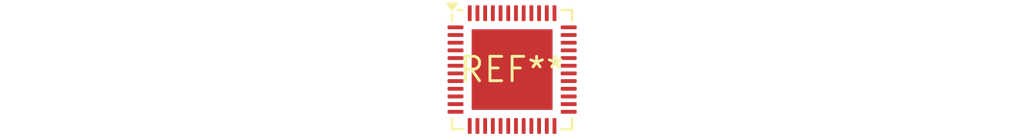
<source format=kicad_pcb>
(kicad_pcb (version 20240108) (generator pcbnew)
  (layers (0 "F.Cu" signal) (31 "B.Cu" signal) (34 "B.Paste" user) (35 "F.Paste" user) (36 "B.SilkS" user "B.Silkscreen") (37 "F.SilkS" user "F.Silkscreen") (38 "B.Mask" user) (39 "F.Mask" user) (44 "Edge.Cuts" user))
  (net 0 "")
  (footprint "Qorvo_TQFN66-48-1EP_6x6mm_P0.4mm_EP4.2x4.2mm" (layer "F.Cu") (at 0 0)
    (property "Reference" "REF**")
    (property "Value" "Qorvo_TQFN66-48-1EP_6x6mm_P0.4mm_EP4.2x4.2mm")
    (fp_line (start -3.11 -2.56) (end -3.11 -2.87) (layer "F.SilkS") (stroke (width 0.12)))
    (fp_line (start -3.11 3.11) (end -3.11 2.56) (layer "F.SilkS") (stroke (width 0.12)))
    (fp_line (start -2.56 -3.11) (end -2.81 -3.11) (layer "F.SilkS") (stroke (width 0.12)))
    (fp_line (start -2.56 3.11) (end -3.11 3.11) (layer "F.SilkS") (stroke (width 0.12)))
    (fp_line (start 2.56 -3.11) (end 3.11 -3.11) (layer "F.SilkS") (stroke (width 0.12)))
    (fp_line (start 2.56 3.11) (end 3.11 3.11) (layer "F.SilkS") (stroke (width 0.12)))
    (fp_line (start 3.11 -3.11) (end 3.11 -2.56) (layer "F.SilkS") (stroke (width 0.12)))
    (fp_line (start 3.11 3.11) (end 3.11 2.56) (layer "F.SilkS") (stroke (width 0.12)))
    (fp_poly (pts (xy -3.11 -3.11) (xy -3.35 -3.44) (xy -2.87 -3.44) (xy -3.11 -3.11)) (layer "F.SilkS") (stroke (width 0.12)) (fill solid))
    (pad "1" smd roundrect (at -2.9375 -2.2) (size 0.825 0.2) (layers "F.Cu" "F.Paste" "F.Mask"))
    (pad "2" smd roundrect (at -2.9375 -1.8) (size 0.825 0.2) (layers "F.Cu" "F.Paste" "F.Mask"))
    (pad "3" smd roundrect (at -2.9375 -1.4) (size 0.825 0.2) (layers "F.Cu" "F.Paste" "F.Mask"))
    (pad "4" smd roundrect (at -2.9375 -1) (size 0.825 0.2) (layers "F.Cu" "F.Paste" "F.Mask"))
    (pad "5" smd roundrect (at -2.9375 -0.6) (size 0.825 0.2) (layers "F.Cu" "F.Paste" "F.Mask"))
    (pad "6" smd roundrect (at -2.9375 -0.2) (size 0.825 0.2) (layers "F.Cu" "F.Paste" "F.Mask"))
    (pad "7" smd roundrect (at -2.9375 0.2) (size 0.825 0.2) (layers "F.Cu" "F.Paste" "F.Mask"))
    (pad "8" smd roundrect (at -2.9375 0.6) (size 0.825 0.2) (layers "F.Cu" "F.Paste" "F.Mask"))
    (pad "9" smd roundrect (at -2.9375 1) (size 0.825 0.2) (layers "F.Cu" "F.Paste" "F.Mask"))
    (pad "10" smd roundrect (at -2.9375 1.4) (size 0.825 0.2) (layers "F.Cu" "F.Paste" "F.Mask"))
    (pad "11" smd roundrect (at -2.9375 1.8) (size 0.825 0.2) (layers "F.Cu" "F.Paste" "F.Mask"))
    (pad "12" smd roundrect (at -2.9375 2.2) (size 0.825 0.2) (layers "F.Cu" "F.Paste" "F.Mask"))
    (pad "13" smd roundrect (at -2.2 2.9375) (size 0.2 0.825) (layers "F.Cu" "F.Paste" "F.Mask"))
    (pad "14" smd roundrect (at -1.8 2.9375) (size 0.2 0.825) (layers "F.Cu" "F.Paste" "F.Mask"))
    (pad "15" smd roundrect (at -1.4 2.9375) (size 0.2 0.825) (layers "F.Cu" "F.Paste" "F.Mask"))
    (pad "16" smd roundrect (at -1 2.9375) (size 0.2 0.825) (layers "F.Cu" "F.Paste" "F.Mask"))
    (pad "17" smd roundrect (at -0.6 2.9375) (size 0.2 0.825) (layers "F.Cu" "F.Paste" "F.Mask"))
    (pad "18" smd roundrect (at -0.2 2.9375) (size 0.2 0.825) (layers "F.Cu" "F.Paste" "F.Mask"))
    (pad "19" smd roundrect (at 0.2 2.9375) (size 0.2 0.825) (layers "F.Cu" "F.Paste" "F.Mask"))
    (pad "20" smd roundrect (at 0.6 2.9375) (size 0.2 0.825) (layers "F.Cu" "F.Paste" "F.Mask"))
    (pad "21" smd roundrect (at 1 2.9375) (size 0.2 0.825) (layers "F.Cu" "F.Paste" "F.Mask"))
    (pad "22" smd roundrect (at 1.4 2.9375) (size 0.2 0.825) (layers "F.Cu" "F.Paste" "F.Mask"))
    (pad "23" smd roundrect (at 1.8 2.9375) (size 0.2 0.825) (layers "F.Cu" "F.Paste" "F.Mask"))
    (pad "24" smd roundrect (at 2.2 2.9375) (size 0.2 0.825) (layers "F.Cu" "F.Paste" "F.Mask"))
    (pad "25" smd roundrect (at 2.9375 2.2) (size 0.825 0.2) (layers "F.Cu" "F.Paste" "F.Mask"))
    (pad "26" smd roundrect (at 2.9375 1.8) (size 0.825 0.2) (layers "F.Cu" "F.Paste" "F.Mask"))
    (pad "27" smd roundrect (at 2.9375 1.4) (size 0.825 0.2) (layers "F.Cu" "F.Paste" "F.Mask"))
    (pad "28" smd roundrect (at 2.9375 1) (size 0.825 0.2) (layers "F.Cu" "F.Paste" "F.Mask"))
    (pad "29" smd roundrect (at 2.9375 0.6) (size 0.825 0.2) (layers "F.Cu" "F.Paste" "F.Mask"))
    (pad "30" smd roundrect (at 2.9375 0.2) (size 0.825 0.2) (layers "F.Cu" "F.Paste" "F.Mask"))
    (pad "31" smd roundrect (at 2.9375 -0.2) (size 0.825 0.2) (layers "F.Cu" "F.Paste" "F.Mask"))
    (pad "32" smd roundrect (at 2.9375 -0.6) (size 0.825 0.2) (layers "F.Cu" "F.Paste" "F.Mask"))
    (pad "33" smd roundrect (at 2.9375 -1) (size 0.825 0.2) (layers "F.Cu" "F.Paste" "F.Mask"))
    (pad "34" smd roundrect (at 2.9375 -1.4) (size 0.825 0.2) (layers "F.Cu" "F.Paste" "F.Mask"))
    (pad "35" smd roundrect (at 2.9375 -1.8) (size 0.825 0.2) (layers "F.Cu" "F.Paste" "F.Mask"))
    (pad "36" smd roundrect (at 2.9375 -2.2) (size 0.825 0.2) (layers "F.Cu" "F.Paste" "F.Mask"))
    (pad "37" smd roundrect (at 2.2 -2.9375) (size 0.2 0.825) (layers "F.Cu" "F.Paste" "F.Mask"))
    (pad "38" smd roundrect (at 1.8 -2.9375) (size 0.2 0.825) (layers "F.Cu" "F.Paste" "F.Mask"))
    (pad "39" smd roundrect (at 1.4 -2.9375) (size 0.2 0.825) (layers "F.Cu" "F.Paste" "F.Mask"))
    (pad "40" smd roundrect (at 1 -2.9375) (size 0.2 0.825) (layers "F.Cu" "F.Paste" "F.Mask"))
    (pad "41" smd roundrect (at 0.6 -2.9375) (size 0.2 0.825) (layers "F.Cu" "F.Paste" "F.Mask"))
    (pad "42" smd roundrect (at 0.2 -2.9375) (size 0.2 0.825) (layers "F.Cu" "F.Paste" "F.Mask"))
    (pad "43" smd roundrect (at -0.2 -2.9375) (size 0.2 0.825) (layers "F.Cu" "F.Paste" "F.Mask"))
    (pad "44" smd roundrect (at -0.6 -2.9375) (size 0.2 0.825) (layers "F.Cu" "F.Paste" "F.Mask"))
    (pad "45" smd roundrect (at -1 -2.9375) (size 0.2 0.825) (layers "F.Cu" "F.Paste" "F.Mask"))
    (pad "46" smd roundrect (at -1.4 -2.9375) (size 0.2 0.825) (layers "F.Cu" "F.Paste" "F.Mask"))
    (pad "47" smd roundrect (at -1.8 -2.9375) (size 0.2 0.825) (layers "F.Cu" "F.Paste" "F.Mask"))
    (pad "48" smd roundrect (at -2.2 -2.9375) (size 0.2 0.825) (layers "F.Cu" "F.Paste" "F.Mask"))
    (pad "49" smd rect (at 0 0) (size 4.2 4.2) (property pad_prop_heatsink) (layers "F.Cu" "F.Mask"))
  )
)
</source>
